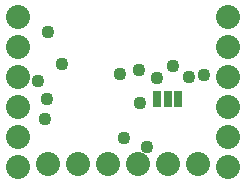
<source format=gbs>
G75*
%MOIN*%
%OFA0B0*%
%FSLAX24Y24*%
%IPPOS*%
%LPD*%
%AMOC8*
5,1,8,0,0,1.08239X$1,22.5*
%
%ADD10C,0.0800*%
%ADD11R,0.0310X0.0560*%
%ADD12C,0.0436*%
D10*
X000940Y000912D03*
X001944Y000995D03*
X002944Y000995D03*
X003944Y000995D03*
X004944Y000995D03*
X005944Y000995D03*
X006944Y000995D03*
X007940Y000912D03*
X007940Y001912D03*
X007940Y002912D03*
X007940Y003912D03*
X007940Y004912D03*
X007940Y005912D03*
X000940Y005912D03*
X000940Y004912D03*
X000940Y003912D03*
X000940Y002912D03*
X000940Y001912D03*
D11*
X005586Y003180D03*
X005936Y003180D03*
X006286Y003180D03*
D12*
X006645Y003912D03*
X007137Y003963D03*
X006097Y004263D03*
X005566Y003881D03*
X004975Y004149D03*
X004341Y004003D03*
X004995Y003034D03*
X004483Y001873D03*
X005243Y001554D03*
X001900Y003160D03*
X001845Y002511D03*
X001621Y003782D03*
X002400Y004341D03*
X001960Y005412D03*
M02*

</source>
